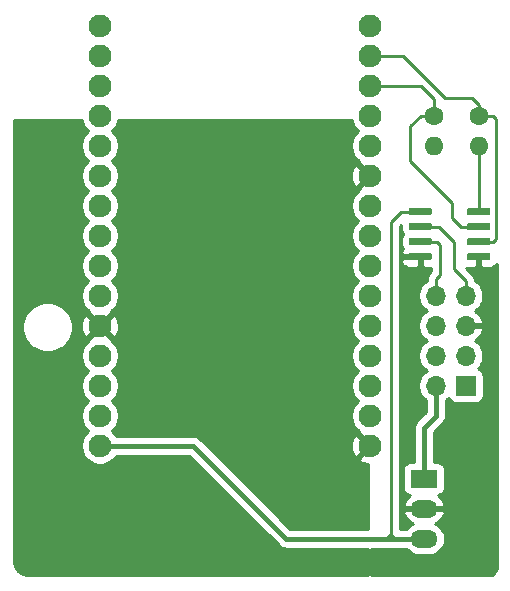
<source format=gbl>
G04 #@! TF.GenerationSoftware,KiCad,Pcbnew,(5.1.5-0-10_14)*
G04 #@! TF.CreationDate,2020-03-02T13:53:31+01:00*
G04 #@! TF.ProjectId,ithowifi,6974686f-7769-4666-992e-6b696361645f,rev?*
G04 #@! TF.SameCoordinates,Original*
G04 #@! TF.FileFunction,Copper,L2,Bot*
G04 #@! TF.FilePolarity,Positive*
%FSLAX46Y46*%
G04 Gerber Fmt 4.6, Leading zero omitted, Abs format (unit mm)*
G04 Created by KiCad (PCBNEW (5.1.5-0-10_14)) date 2020-03-02 13:53:31*
%MOMM*%
%LPD*%
G04 APERTURE LIST*
%ADD10R,1.700000X1.700000*%
%ADD11O,1.700000X1.700000*%
%ADD12C,1.930400*%
%ADD13C,0.100000*%
%ADD14O,2.300000X1.500000*%
%ADD15R,2.300000X1.500000*%
%ADD16O,1.600000X1.600000*%
%ADD17C,1.600000*%
%ADD18C,0.250000*%
%ADD19C,0.406400*%
%ADD20C,0.254000*%
G04 APERTURE END LIST*
D10*
X122047000Y-137795000D03*
D11*
X119507000Y-137795000D03*
X122047000Y-135255000D03*
X119507000Y-135255000D03*
X122047000Y-132715000D03*
X119507000Y-132715000D03*
X122047000Y-130175000D03*
X119507000Y-130175000D03*
D12*
X91059000Y-107315000D03*
X91059000Y-109855000D03*
X91059000Y-112395000D03*
X91059000Y-114935000D03*
X91059000Y-117475000D03*
X91059000Y-120015000D03*
X91059000Y-122555000D03*
X91059000Y-125095000D03*
X91059000Y-127635000D03*
X91059000Y-130175000D03*
X91059000Y-132715000D03*
X91059000Y-135255000D03*
X91059000Y-137795000D03*
X91059000Y-140335000D03*
X91059000Y-142875000D03*
X113919000Y-107315000D03*
X113919000Y-109855000D03*
X113919000Y-112395000D03*
X113919000Y-114935000D03*
X113919000Y-117475000D03*
X113919000Y-120015000D03*
X113919000Y-122555000D03*
X113919000Y-125095000D03*
X113919000Y-127635000D03*
X113919000Y-130175000D03*
X113919000Y-132715000D03*
X113919000Y-135255000D03*
X113919000Y-137795000D03*
X113919000Y-140335000D03*
X113919000Y-142875000D03*
G04 #@! TA.AperFunction,SMDPad,CuDef*
D13*
G36*
X119014703Y-122763722D02*
G01*
X119029264Y-122765882D01*
X119043543Y-122769459D01*
X119057403Y-122774418D01*
X119070710Y-122780712D01*
X119083336Y-122788280D01*
X119095159Y-122797048D01*
X119106066Y-122806934D01*
X119115952Y-122817841D01*
X119124720Y-122829664D01*
X119132288Y-122842290D01*
X119138582Y-122855597D01*
X119143541Y-122869457D01*
X119147118Y-122883736D01*
X119149278Y-122898297D01*
X119150000Y-122913000D01*
X119150000Y-123213000D01*
X119149278Y-123227703D01*
X119147118Y-123242264D01*
X119143541Y-123256543D01*
X119138582Y-123270403D01*
X119132288Y-123283710D01*
X119124720Y-123296336D01*
X119115952Y-123308159D01*
X119106066Y-123319066D01*
X119095159Y-123328952D01*
X119083336Y-123337720D01*
X119070710Y-123345288D01*
X119057403Y-123351582D01*
X119043543Y-123356541D01*
X119029264Y-123360118D01*
X119014703Y-123362278D01*
X119000000Y-123363000D01*
X117350000Y-123363000D01*
X117335297Y-123362278D01*
X117320736Y-123360118D01*
X117306457Y-123356541D01*
X117292597Y-123351582D01*
X117279290Y-123345288D01*
X117266664Y-123337720D01*
X117254841Y-123328952D01*
X117243934Y-123319066D01*
X117234048Y-123308159D01*
X117225280Y-123296336D01*
X117217712Y-123283710D01*
X117211418Y-123270403D01*
X117206459Y-123256543D01*
X117202882Y-123242264D01*
X117200722Y-123227703D01*
X117200000Y-123213000D01*
X117200000Y-122913000D01*
X117200722Y-122898297D01*
X117202882Y-122883736D01*
X117206459Y-122869457D01*
X117211418Y-122855597D01*
X117217712Y-122842290D01*
X117225280Y-122829664D01*
X117234048Y-122817841D01*
X117243934Y-122806934D01*
X117254841Y-122797048D01*
X117266664Y-122788280D01*
X117279290Y-122780712D01*
X117292597Y-122774418D01*
X117306457Y-122769459D01*
X117320736Y-122765882D01*
X117335297Y-122763722D01*
X117350000Y-122763000D01*
X119000000Y-122763000D01*
X119014703Y-122763722D01*
G37*
G04 #@! TD.AperFunction*
G04 #@! TA.AperFunction,SMDPad,CuDef*
G36*
X119014703Y-124033722D02*
G01*
X119029264Y-124035882D01*
X119043543Y-124039459D01*
X119057403Y-124044418D01*
X119070710Y-124050712D01*
X119083336Y-124058280D01*
X119095159Y-124067048D01*
X119106066Y-124076934D01*
X119115952Y-124087841D01*
X119124720Y-124099664D01*
X119132288Y-124112290D01*
X119138582Y-124125597D01*
X119143541Y-124139457D01*
X119147118Y-124153736D01*
X119149278Y-124168297D01*
X119150000Y-124183000D01*
X119150000Y-124483000D01*
X119149278Y-124497703D01*
X119147118Y-124512264D01*
X119143541Y-124526543D01*
X119138582Y-124540403D01*
X119132288Y-124553710D01*
X119124720Y-124566336D01*
X119115952Y-124578159D01*
X119106066Y-124589066D01*
X119095159Y-124598952D01*
X119083336Y-124607720D01*
X119070710Y-124615288D01*
X119057403Y-124621582D01*
X119043543Y-124626541D01*
X119029264Y-124630118D01*
X119014703Y-124632278D01*
X119000000Y-124633000D01*
X117350000Y-124633000D01*
X117335297Y-124632278D01*
X117320736Y-124630118D01*
X117306457Y-124626541D01*
X117292597Y-124621582D01*
X117279290Y-124615288D01*
X117266664Y-124607720D01*
X117254841Y-124598952D01*
X117243934Y-124589066D01*
X117234048Y-124578159D01*
X117225280Y-124566336D01*
X117217712Y-124553710D01*
X117211418Y-124540403D01*
X117206459Y-124526543D01*
X117202882Y-124512264D01*
X117200722Y-124497703D01*
X117200000Y-124483000D01*
X117200000Y-124183000D01*
X117200722Y-124168297D01*
X117202882Y-124153736D01*
X117206459Y-124139457D01*
X117211418Y-124125597D01*
X117217712Y-124112290D01*
X117225280Y-124099664D01*
X117234048Y-124087841D01*
X117243934Y-124076934D01*
X117254841Y-124067048D01*
X117266664Y-124058280D01*
X117279290Y-124050712D01*
X117292597Y-124044418D01*
X117306457Y-124039459D01*
X117320736Y-124035882D01*
X117335297Y-124033722D01*
X117350000Y-124033000D01*
X119000000Y-124033000D01*
X119014703Y-124033722D01*
G37*
G04 #@! TD.AperFunction*
G04 #@! TA.AperFunction,SMDPad,CuDef*
G36*
X119014703Y-125303722D02*
G01*
X119029264Y-125305882D01*
X119043543Y-125309459D01*
X119057403Y-125314418D01*
X119070710Y-125320712D01*
X119083336Y-125328280D01*
X119095159Y-125337048D01*
X119106066Y-125346934D01*
X119115952Y-125357841D01*
X119124720Y-125369664D01*
X119132288Y-125382290D01*
X119138582Y-125395597D01*
X119143541Y-125409457D01*
X119147118Y-125423736D01*
X119149278Y-125438297D01*
X119150000Y-125453000D01*
X119150000Y-125753000D01*
X119149278Y-125767703D01*
X119147118Y-125782264D01*
X119143541Y-125796543D01*
X119138582Y-125810403D01*
X119132288Y-125823710D01*
X119124720Y-125836336D01*
X119115952Y-125848159D01*
X119106066Y-125859066D01*
X119095159Y-125868952D01*
X119083336Y-125877720D01*
X119070710Y-125885288D01*
X119057403Y-125891582D01*
X119043543Y-125896541D01*
X119029264Y-125900118D01*
X119014703Y-125902278D01*
X119000000Y-125903000D01*
X117350000Y-125903000D01*
X117335297Y-125902278D01*
X117320736Y-125900118D01*
X117306457Y-125896541D01*
X117292597Y-125891582D01*
X117279290Y-125885288D01*
X117266664Y-125877720D01*
X117254841Y-125868952D01*
X117243934Y-125859066D01*
X117234048Y-125848159D01*
X117225280Y-125836336D01*
X117217712Y-125823710D01*
X117211418Y-125810403D01*
X117206459Y-125796543D01*
X117202882Y-125782264D01*
X117200722Y-125767703D01*
X117200000Y-125753000D01*
X117200000Y-125453000D01*
X117200722Y-125438297D01*
X117202882Y-125423736D01*
X117206459Y-125409457D01*
X117211418Y-125395597D01*
X117217712Y-125382290D01*
X117225280Y-125369664D01*
X117234048Y-125357841D01*
X117243934Y-125346934D01*
X117254841Y-125337048D01*
X117266664Y-125328280D01*
X117279290Y-125320712D01*
X117292597Y-125314418D01*
X117306457Y-125309459D01*
X117320736Y-125305882D01*
X117335297Y-125303722D01*
X117350000Y-125303000D01*
X119000000Y-125303000D01*
X119014703Y-125303722D01*
G37*
G04 #@! TD.AperFunction*
G04 #@! TA.AperFunction,SMDPad,CuDef*
G36*
X119014703Y-126573722D02*
G01*
X119029264Y-126575882D01*
X119043543Y-126579459D01*
X119057403Y-126584418D01*
X119070710Y-126590712D01*
X119083336Y-126598280D01*
X119095159Y-126607048D01*
X119106066Y-126616934D01*
X119115952Y-126627841D01*
X119124720Y-126639664D01*
X119132288Y-126652290D01*
X119138582Y-126665597D01*
X119143541Y-126679457D01*
X119147118Y-126693736D01*
X119149278Y-126708297D01*
X119150000Y-126723000D01*
X119150000Y-127023000D01*
X119149278Y-127037703D01*
X119147118Y-127052264D01*
X119143541Y-127066543D01*
X119138582Y-127080403D01*
X119132288Y-127093710D01*
X119124720Y-127106336D01*
X119115952Y-127118159D01*
X119106066Y-127129066D01*
X119095159Y-127138952D01*
X119083336Y-127147720D01*
X119070710Y-127155288D01*
X119057403Y-127161582D01*
X119043543Y-127166541D01*
X119029264Y-127170118D01*
X119014703Y-127172278D01*
X119000000Y-127173000D01*
X117350000Y-127173000D01*
X117335297Y-127172278D01*
X117320736Y-127170118D01*
X117306457Y-127166541D01*
X117292597Y-127161582D01*
X117279290Y-127155288D01*
X117266664Y-127147720D01*
X117254841Y-127138952D01*
X117243934Y-127129066D01*
X117234048Y-127118159D01*
X117225280Y-127106336D01*
X117217712Y-127093710D01*
X117211418Y-127080403D01*
X117206459Y-127066543D01*
X117202882Y-127052264D01*
X117200722Y-127037703D01*
X117200000Y-127023000D01*
X117200000Y-126723000D01*
X117200722Y-126708297D01*
X117202882Y-126693736D01*
X117206459Y-126679457D01*
X117211418Y-126665597D01*
X117217712Y-126652290D01*
X117225280Y-126639664D01*
X117234048Y-126627841D01*
X117243934Y-126616934D01*
X117254841Y-126607048D01*
X117266664Y-126598280D01*
X117279290Y-126590712D01*
X117292597Y-126584418D01*
X117306457Y-126579459D01*
X117320736Y-126575882D01*
X117335297Y-126573722D01*
X117350000Y-126573000D01*
X119000000Y-126573000D01*
X119014703Y-126573722D01*
G37*
G04 #@! TD.AperFunction*
G04 #@! TA.AperFunction,SMDPad,CuDef*
G36*
X123964703Y-126573722D02*
G01*
X123979264Y-126575882D01*
X123993543Y-126579459D01*
X124007403Y-126584418D01*
X124020710Y-126590712D01*
X124033336Y-126598280D01*
X124045159Y-126607048D01*
X124056066Y-126616934D01*
X124065952Y-126627841D01*
X124074720Y-126639664D01*
X124082288Y-126652290D01*
X124088582Y-126665597D01*
X124093541Y-126679457D01*
X124097118Y-126693736D01*
X124099278Y-126708297D01*
X124100000Y-126723000D01*
X124100000Y-127023000D01*
X124099278Y-127037703D01*
X124097118Y-127052264D01*
X124093541Y-127066543D01*
X124088582Y-127080403D01*
X124082288Y-127093710D01*
X124074720Y-127106336D01*
X124065952Y-127118159D01*
X124056066Y-127129066D01*
X124045159Y-127138952D01*
X124033336Y-127147720D01*
X124020710Y-127155288D01*
X124007403Y-127161582D01*
X123993543Y-127166541D01*
X123979264Y-127170118D01*
X123964703Y-127172278D01*
X123950000Y-127173000D01*
X122300000Y-127173000D01*
X122285297Y-127172278D01*
X122270736Y-127170118D01*
X122256457Y-127166541D01*
X122242597Y-127161582D01*
X122229290Y-127155288D01*
X122216664Y-127147720D01*
X122204841Y-127138952D01*
X122193934Y-127129066D01*
X122184048Y-127118159D01*
X122175280Y-127106336D01*
X122167712Y-127093710D01*
X122161418Y-127080403D01*
X122156459Y-127066543D01*
X122152882Y-127052264D01*
X122150722Y-127037703D01*
X122150000Y-127023000D01*
X122150000Y-126723000D01*
X122150722Y-126708297D01*
X122152882Y-126693736D01*
X122156459Y-126679457D01*
X122161418Y-126665597D01*
X122167712Y-126652290D01*
X122175280Y-126639664D01*
X122184048Y-126627841D01*
X122193934Y-126616934D01*
X122204841Y-126607048D01*
X122216664Y-126598280D01*
X122229290Y-126590712D01*
X122242597Y-126584418D01*
X122256457Y-126579459D01*
X122270736Y-126575882D01*
X122285297Y-126573722D01*
X122300000Y-126573000D01*
X123950000Y-126573000D01*
X123964703Y-126573722D01*
G37*
G04 #@! TD.AperFunction*
G04 #@! TA.AperFunction,SMDPad,CuDef*
G36*
X123964703Y-125303722D02*
G01*
X123979264Y-125305882D01*
X123993543Y-125309459D01*
X124007403Y-125314418D01*
X124020710Y-125320712D01*
X124033336Y-125328280D01*
X124045159Y-125337048D01*
X124056066Y-125346934D01*
X124065952Y-125357841D01*
X124074720Y-125369664D01*
X124082288Y-125382290D01*
X124088582Y-125395597D01*
X124093541Y-125409457D01*
X124097118Y-125423736D01*
X124099278Y-125438297D01*
X124100000Y-125453000D01*
X124100000Y-125753000D01*
X124099278Y-125767703D01*
X124097118Y-125782264D01*
X124093541Y-125796543D01*
X124088582Y-125810403D01*
X124082288Y-125823710D01*
X124074720Y-125836336D01*
X124065952Y-125848159D01*
X124056066Y-125859066D01*
X124045159Y-125868952D01*
X124033336Y-125877720D01*
X124020710Y-125885288D01*
X124007403Y-125891582D01*
X123993543Y-125896541D01*
X123979264Y-125900118D01*
X123964703Y-125902278D01*
X123950000Y-125903000D01*
X122300000Y-125903000D01*
X122285297Y-125902278D01*
X122270736Y-125900118D01*
X122256457Y-125896541D01*
X122242597Y-125891582D01*
X122229290Y-125885288D01*
X122216664Y-125877720D01*
X122204841Y-125868952D01*
X122193934Y-125859066D01*
X122184048Y-125848159D01*
X122175280Y-125836336D01*
X122167712Y-125823710D01*
X122161418Y-125810403D01*
X122156459Y-125796543D01*
X122152882Y-125782264D01*
X122150722Y-125767703D01*
X122150000Y-125753000D01*
X122150000Y-125453000D01*
X122150722Y-125438297D01*
X122152882Y-125423736D01*
X122156459Y-125409457D01*
X122161418Y-125395597D01*
X122167712Y-125382290D01*
X122175280Y-125369664D01*
X122184048Y-125357841D01*
X122193934Y-125346934D01*
X122204841Y-125337048D01*
X122216664Y-125328280D01*
X122229290Y-125320712D01*
X122242597Y-125314418D01*
X122256457Y-125309459D01*
X122270736Y-125305882D01*
X122285297Y-125303722D01*
X122300000Y-125303000D01*
X123950000Y-125303000D01*
X123964703Y-125303722D01*
G37*
G04 #@! TD.AperFunction*
G04 #@! TA.AperFunction,SMDPad,CuDef*
G36*
X123964703Y-124033722D02*
G01*
X123979264Y-124035882D01*
X123993543Y-124039459D01*
X124007403Y-124044418D01*
X124020710Y-124050712D01*
X124033336Y-124058280D01*
X124045159Y-124067048D01*
X124056066Y-124076934D01*
X124065952Y-124087841D01*
X124074720Y-124099664D01*
X124082288Y-124112290D01*
X124088582Y-124125597D01*
X124093541Y-124139457D01*
X124097118Y-124153736D01*
X124099278Y-124168297D01*
X124100000Y-124183000D01*
X124100000Y-124483000D01*
X124099278Y-124497703D01*
X124097118Y-124512264D01*
X124093541Y-124526543D01*
X124088582Y-124540403D01*
X124082288Y-124553710D01*
X124074720Y-124566336D01*
X124065952Y-124578159D01*
X124056066Y-124589066D01*
X124045159Y-124598952D01*
X124033336Y-124607720D01*
X124020710Y-124615288D01*
X124007403Y-124621582D01*
X123993543Y-124626541D01*
X123979264Y-124630118D01*
X123964703Y-124632278D01*
X123950000Y-124633000D01*
X122300000Y-124633000D01*
X122285297Y-124632278D01*
X122270736Y-124630118D01*
X122256457Y-124626541D01*
X122242597Y-124621582D01*
X122229290Y-124615288D01*
X122216664Y-124607720D01*
X122204841Y-124598952D01*
X122193934Y-124589066D01*
X122184048Y-124578159D01*
X122175280Y-124566336D01*
X122167712Y-124553710D01*
X122161418Y-124540403D01*
X122156459Y-124526543D01*
X122152882Y-124512264D01*
X122150722Y-124497703D01*
X122150000Y-124483000D01*
X122150000Y-124183000D01*
X122150722Y-124168297D01*
X122152882Y-124153736D01*
X122156459Y-124139457D01*
X122161418Y-124125597D01*
X122167712Y-124112290D01*
X122175280Y-124099664D01*
X122184048Y-124087841D01*
X122193934Y-124076934D01*
X122204841Y-124067048D01*
X122216664Y-124058280D01*
X122229290Y-124050712D01*
X122242597Y-124044418D01*
X122256457Y-124039459D01*
X122270736Y-124035882D01*
X122285297Y-124033722D01*
X122300000Y-124033000D01*
X123950000Y-124033000D01*
X123964703Y-124033722D01*
G37*
G04 #@! TD.AperFunction*
G04 #@! TA.AperFunction,SMDPad,CuDef*
G36*
X123964703Y-122763722D02*
G01*
X123979264Y-122765882D01*
X123993543Y-122769459D01*
X124007403Y-122774418D01*
X124020710Y-122780712D01*
X124033336Y-122788280D01*
X124045159Y-122797048D01*
X124056066Y-122806934D01*
X124065952Y-122817841D01*
X124074720Y-122829664D01*
X124082288Y-122842290D01*
X124088582Y-122855597D01*
X124093541Y-122869457D01*
X124097118Y-122883736D01*
X124099278Y-122898297D01*
X124100000Y-122913000D01*
X124100000Y-123213000D01*
X124099278Y-123227703D01*
X124097118Y-123242264D01*
X124093541Y-123256543D01*
X124088582Y-123270403D01*
X124082288Y-123283710D01*
X124074720Y-123296336D01*
X124065952Y-123308159D01*
X124056066Y-123319066D01*
X124045159Y-123328952D01*
X124033336Y-123337720D01*
X124020710Y-123345288D01*
X124007403Y-123351582D01*
X123993543Y-123356541D01*
X123979264Y-123360118D01*
X123964703Y-123362278D01*
X123950000Y-123363000D01*
X122300000Y-123363000D01*
X122285297Y-123362278D01*
X122270736Y-123360118D01*
X122256457Y-123356541D01*
X122242597Y-123351582D01*
X122229290Y-123345288D01*
X122216664Y-123337720D01*
X122204841Y-123328952D01*
X122193934Y-123319066D01*
X122184048Y-123308159D01*
X122175280Y-123296336D01*
X122167712Y-123283710D01*
X122161418Y-123270403D01*
X122156459Y-123256543D01*
X122152882Y-123242264D01*
X122150722Y-123227703D01*
X122150000Y-123213000D01*
X122150000Y-122913000D01*
X122150722Y-122898297D01*
X122152882Y-122883736D01*
X122156459Y-122869457D01*
X122161418Y-122855597D01*
X122167712Y-122842290D01*
X122175280Y-122829664D01*
X122184048Y-122817841D01*
X122193934Y-122806934D01*
X122204841Y-122797048D01*
X122216664Y-122788280D01*
X122229290Y-122780712D01*
X122242597Y-122774418D01*
X122256457Y-122769459D01*
X122270736Y-122765882D01*
X122285297Y-122763722D01*
X122300000Y-122763000D01*
X123950000Y-122763000D01*
X123964703Y-122763722D01*
G37*
G04 #@! TD.AperFunction*
D14*
X118491000Y-150749000D03*
X118491000Y-148209000D03*
D15*
X118491000Y-145669000D03*
D16*
X119380000Y-117475000D03*
D17*
X119380000Y-114935000D03*
D16*
X123190000Y-117475000D03*
D17*
X123190000Y-114935000D03*
D18*
X118491000Y-148209000D02*
X118091000Y-148209000D01*
D19*
X98933000Y-142875000D02*
X91059000Y-142875000D01*
X106807000Y-150749000D02*
X98933000Y-142875000D01*
X116586000Y-150749000D02*
X116205000Y-150749000D01*
X118491000Y-150749000D02*
X116586000Y-150749000D01*
D20*
X115697000Y-123952000D02*
X115697000Y-149733000D01*
X116586000Y-123063000D02*
X115697000Y-123952000D01*
X118175000Y-123063000D02*
X116586000Y-123063000D01*
D19*
X116205000Y-150749000D02*
X115824000Y-150749000D01*
D18*
X115697000Y-150622000D02*
X115824000Y-150749000D01*
X115697000Y-150368000D02*
X115316000Y-150749000D01*
X115697000Y-150114000D02*
X115697000Y-150368000D01*
D19*
X115316000Y-150749000D02*
X106807000Y-150749000D01*
X115824000Y-150749000D02*
X115316000Y-150749000D01*
D18*
X115697000Y-149733000D02*
X115697000Y-150114000D01*
X115697000Y-150114000D02*
X115697000Y-150622000D01*
X116078000Y-150749000D02*
X115697000Y-150368000D01*
X116205000Y-150749000D02*
X116078000Y-150749000D01*
D20*
X123190000Y-122998000D02*
X123125000Y-123063000D01*
X123190000Y-120015000D02*
X123190000Y-122998000D01*
D18*
X123190000Y-120015000D02*
X123190000Y-117475000D01*
D19*
X119507000Y-137922000D02*
X119507000Y-140335000D01*
X118491000Y-141351000D02*
X118491000Y-145669000D01*
X119507000Y-140335000D02*
X118491000Y-141351000D01*
D20*
X124587000Y-125349000D02*
X124587000Y-117729000D01*
X124333000Y-125603000D02*
X124587000Y-125349000D01*
X123125000Y-125603000D02*
X124333000Y-125603000D01*
D18*
X124587000Y-117729000D02*
X124587000Y-115189000D01*
X124333000Y-114935000D02*
X123190000Y-114935000D01*
X124587000Y-115189000D02*
X124333000Y-114935000D01*
X120269000Y-113411000D02*
X116713000Y-109855000D01*
X116713000Y-109855000D02*
X113919000Y-109855000D01*
X122555000Y-113411000D02*
X120269000Y-113411000D01*
X123190000Y-114046000D02*
X122555000Y-113411000D01*
X123190000Y-114935000D02*
X123190000Y-114046000D01*
X119380000Y-113538000D02*
X119380000Y-114935000D01*
X118237000Y-112395000D02*
X119380000Y-113538000D01*
X113919000Y-112395000D02*
X118237000Y-112395000D01*
X118248630Y-114935000D02*
X117348000Y-115835630D01*
X117348000Y-118745000D02*
X120904000Y-122301000D01*
X117348000Y-115835630D02*
X117348000Y-118745000D01*
X119380000Y-114935000D02*
X118248630Y-114935000D01*
X121666000Y-124333000D02*
X123125000Y-124333000D01*
X120904000Y-122301000D02*
X120904000Y-123571000D01*
X120904000Y-123571000D02*
X121666000Y-124333000D01*
D20*
X118175000Y-124333000D02*
X119761000Y-124333000D01*
X122047000Y-128905000D02*
X122047000Y-130302000D01*
X119761000Y-124333000D02*
X121031000Y-125603000D01*
X121031000Y-127889000D02*
X122047000Y-128905000D01*
X121031000Y-125603000D02*
X121031000Y-127889000D01*
X119507000Y-128778000D02*
X119507000Y-130302000D01*
X119888000Y-128397000D02*
X119507000Y-128778000D01*
X119888000Y-125857000D02*
X119888000Y-128397000D01*
X119634000Y-125603000D02*
X119888000Y-125857000D01*
X118175000Y-125603000D02*
X119634000Y-125603000D01*
G36*
X89520294Y-115401761D02*
G01*
X89640921Y-115692979D01*
X89816043Y-115955068D01*
X90038932Y-116177957D01*
X90079405Y-116205000D01*
X90038932Y-116232043D01*
X89816043Y-116454932D01*
X89640921Y-116717021D01*
X89520294Y-117008239D01*
X89458800Y-117317394D01*
X89458800Y-117632606D01*
X89520294Y-117941761D01*
X89640921Y-118232979D01*
X89816043Y-118495068D01*
X90038932Y-118717957D01*
X90079405Y-118745000D01*
X90038932Y-118772043D01*
X89816043Y-118994932D01*
X89640921Y-119257021D01*
X89520294Y-119548239D01*
X89458800Y-119857394D01*
X89458800Y-120172606D01*
X89520294Y-120481761D01*
X89640921Y-120772979D01*
X89816043Y-121035068D01*
X90038932Y-121257957D01*
X90079405Y-121285000D01*
X90038932Y-121312043D01*
X89816043Y-121534932D01*
X89640921Y-121797021D01*
X89520294Y-122088239D01*
X89458800Y-122397394D01*
X89458800Y-122712606D01*
X89520294Y-123021761D01*
X89640921Y-123312979D01*
X89816043Y-123575068D01*
X90038932Y-123797957D01*
X90079405Y-123825000D01*
X90038932Y-123852043D01*
X89816043Y-124074932D01*
X89640921Y-124337021D01*
X89520294Y-124628239D01*
X89458800Y-124937394D01*
X89458800Y-125252606D01*
X89520294Y-125561761D01*
X89640921Y-125852979D01*
X89816043Y-126115068D01*
X90038932Y-126337957D01*
X90079405Y-126365000D01*
X90038932Y-126392043D01*
X89816043Y-126614932D01*
X89640921Y-126877021D01*
X89520294Y-127168239D01*
X89458800Y-127477394D01*
X89458800Y-127792606D01*
X89520294Y-128101761D01*
X89640921Y-128392979D01*
X89816043Y-128655068D01*
X90038932Y-128877957D01*
X90079405Y-128905000D01*
X90038932Y-128932043D01*
X89816043Y-129154932D01*
X89640921Y-129417021D01*
X89520294Y-129708239D01*
X89458800Y-130017394D01*
X89458800Y-130332606D01*
X89520294Y-130641761D01*
X89640921Y-130932979D01*
X89816043Y-131195068D01*
X90038932Y-131417957D01*
X90164101Y-131501592D01*
X90128011Y-131604406D01*
X91059000Y-132535395D01*
X91989989Y-131604406D01*
X91953899Y-131501592D01*
X92079068Y-131417957D01*
X92301957Y-131195068D01*
X92477079Y-130932979D01*
X92597706Y-130641761D01*
X92659200Y-130332606D01*
X92659200Y-130017394D01*
X92597706Y-129708239D01*
X92477079Y-129417021D01*
X92301957Y-129154932D01*
X92079068Y-128932043D01*
X92038595Y-128905000D01*
X92079068Y-128877957D01*
X92301957Y-128655068D01*
X92477079Y-128392979D01*
X92597706Y-128101761D01*
X92659200Y-127792606D01*
X92659200Y-127477394D01*
X92597706Y-127168239D01*
X92477079Y-126877021D01*
X92301957Y-126614932D01*
X92079068Y-126392043D01*
X92038595Y-126365000D01*
X92079068Y-126337957D01*
X92301957Y-126115068D01*
X92477079Y-125852979D01*
X92597706Y-125561761D01*
X92659200Y-125252606D01*
X92659200Y-124937394D01*
X92597706Y-124628239D01*
X92477079Y-124337021D01*
X92301957Y-124074932D01*
X92079068Y-123852043D01*
X92038595Y-123825000D01*
X92079068Y-123797957D01*
X92301957Y-123575068D01*
X92477079Y-123312979D01*
X92597706Y-123021761D01*
X92659200Y-122712606D01*
X92659200Y-122397394D01*
X92597706Y-122088239D01*
X92477079Y-121797021D01*
X92301957Y-121534932D01*
X92079068Y-121312043D01*
X92038595Y-121285000D01*
X92079068Y-121257957D01*
X92301957Y-121035068D01*
X92477079Y-120772979D01*
X92597706Y-120481761D01*
X92659200Y-120172606D01*
X92659200Y-120078971D01*
X112312330Y-120078971D01*
X112355682Y-120391188D01*
X112459112Y-120688948D01*
X112547562Y-120854428D01*
X112808406Y-120945989D01*
X113739395Y-120015000D01*
X112808406Y-119084011D01*
X112547562Y-119175572D01*
X112410149Y-119459256D01*
X112330721Y-119764296D01*
X112312330Y-120078971D01*
X92659200Y-120078971D01*
X92659200Y-119857394D01*
X92597706Y-119548239D01*
X92477079Y-119257021D01*
X92301957Y-118994932D01*
X92079068Y-118772043D01*
X92038595Y-118745000D01*
X92079068Y-118717957D01*
X92301957Y-118495068D01*
X92477079Y-118232979D01*
X92597706Y-117941761D01*
X92659200Y-117632606D01*
X92659200Y-117317394D01*
X92597706Y-117008239D01*
X92477079Y-116717021D01*
X92301957Y-116454932D01*
X92079068Y-116232043D01*
X92038595Y-116205000D01*
X92079068Y-116177957D01*
X92301957Y-115955068D01*
X92477079Y-115692979D01*
X92597706Y-115401761D01*
X92614765Y-115316000D01*
X112363235Y-115316000D01*
X112380294Y-115401761D01*
X112500921Y-115692979D01*
X112676043Y-115955068D01*
X112898932Y-116177957D01*
X112939405Y-116205000D01*
X112898932Y-116232043D01*
X112676043Y-116454932D01*
X112500921Y-116717021D01*
X112380294Y-117008239D01*
X112318800Y-117317394D01*
X112318800Y-117632606D01*
X112380294Y-117941761D01*
X112500921Y-118232979D01*
X112676043Y-118495068D01*
X112898932Y-118717957D01*
X113024101Y-118801592D01*
X112988011Y-118904406D01*
X113792000Y-119708395D01*
X113792000Y-120321605D01*
X112988011Y-121125594D01*
X113024101Y-121228408D01*
X112898932Y-121312043D01*
X112676043Y-121534932D01*
X112500921Y-121797021D01*
X112380294Y-122088239D01*
X112318800Y-122397394D01*
X112318800Y-122712606D01*
X112380294Y-123021761D01*
X112500921Y-123312979D01*
X112676043Y-123575068D01*
X112898932Y-123797957D01*
X112939405Y-123825000D01*
X112898932Y-123852043D01*
X112676043Y-124074932D01*
X112500921Y-124337021D01*
X112380294Y-124628239D01*
X112318800Y-124937394D01*
X112318800Y-125252606D01*
X112380294Y-125561761D01*
X112500921Y-125852979D01*
X112676043Y-126115068D01*
X112898932Y-126337957D01*
X112939405Y-126365000D01*
X112898932Y-126392043D01*
X112676043Y-126614932D01*
X112500921Y-126877021D01*
X112380294Y-127168239D01*
X112318800Y-127477394D01*
X112318800Y-127792606D01*
X112380294Y-128101761D01*
X112500921Y-128392979D01*
X112676043Y-128655068D01*
X112898932Y-128877957D01*
X112939405Y-128905000D01*
X112898932Y-128932043D01*
X112676043Y-129154932D01*
X112500921Y-129417021D01*
X112380294Y-129708239D01*
X112318800Y-130017394D01*
X112318800Y-130332606D01*
X112380294Y-130641761D01*
X112500921Y-130932979D01*
X112676043Y-131195068D01*
X112898932Y-131417957D01*
X112939405Y-131445000D01*
X112898932Y-131472043D01*
X112676043Y-131694932D01*
X112500921Y-131957021D01*
X112380294Y-132248239D01*
X112318800Y-132557394D01*
X112318800Y-132872606D01*
X112380294Y-133181761D01*
X112500921Y-133472979D01*
X112676043Y-133735068D01*
X112898932Y-133957957D01*
X112939405Y-133985000D01*
X112898932Y-134012043D01*
X112676043Y-134234932D01*
X112500921Y-134497021D01*
X112380294Y-134788239D01*
X112318800Y-135097394D01*
X112318800Y-135412606D01*
X112380294Y-135721761D01*
X112500921Y-136012979D01*
X112676043Y-136275068D01*
X112898932Y-136497957D01*
X112939405Y-136525000D01*
X112898932Y-136552043D01*
X112676043Y-136774932D01*
X112500921Y-137037021D01*
X112380294Y-137328239D01*
X112318800Y-137637394D01*
X112318800Y-137952606D01*
X112380294Y-138261761D01*
X112500921Y-138552979D01*
X112676043Y-138815068D01*
X112898932Y-139037957D01*
X112939405Y-139065000D01*
X112898932Y-139092043D01*
X112676043Y-139314932D01*
X112500921Y-139577021D01*
X112380294Y-139868239D01*
X112318800Y-140177394D01*
X112318800Y-140492606D01*
X112380294Y-140801761D01*
X112500921Y-141092979D01*
X112676043Y-141355068D01*
X112898932Y-141577957D01*
X113024101Y-141661592D01*
X112988011Y-141764406D01*
X113792000Y-142568395D01*
X113792000Y-143181605D01*
X112988011Y-143985594D01*
X113079572Y-144246438D01*
X113363256Y-144383851D01*
X113668296Y-144463279D01*
X113792000Y-144470509D01*
X113792000Y-149910800D01*
X107154194Y-149910800D01*
X100182365Y-142938971D01*
X112312330Y-142938971D01*
X112355682Y-143251188D01*
X112459112Y-143548948D01*
X112547562Y-143714428D01*
X112808406Y-143805989D01*
X113739395Y-142875000D01*
X112808406Y-141944011D01*
X112547562Y-142035572D01*
X112410149Y-142319256D01*
X112330721Y-142624296D01*
X112312330Y-142938971D01*
X100182365Y-142938971D01*
X99554811Y-142311418D01*
X99528564Y-142279436D01*
X99400932Y-142174691D01*
X99255317Y-142096858D01*
X99097316Y-142048929D01*
X98974170Y-142036800D01*
X98974163Y-142036800D01*
X98933000Y-142032746D01*
X98891837Y-142036800D01*
X92423477Y-142036800D01*
X92301957Y-141854932D01*
X92079068Y-141632043D01*
X92038595Y-141605000D01*
X92079068Y-141577957D01*
X92301957Y-141355068D01*
X92477079Y-141092979D01*
X92597706Y-140801761D01*
X92659200Y-140492606D01*
X92659200Y-140177394D01*
X92597706Y-139868239D01*
X92477079Y-139577021D01*
X92301957Y-139314932D01*
X92079068Y-139092043D01*
X92038595Y-139065000D01*
X92079068Y-139037957D01*
X92301957Y-138815068D01*
X92477079Y-138552979D01*
X92597706Y-138261761D01*
X92659200Y-137952606D01*
X92659200Y-137637394D01*
X92597706Y-137328239D01*
X92477079Y-137037021D01*
X92301957Y-136774932D01*
X92079068Y-136552043D01*
X92038595Y-136525000D01*
X92079068Y-136497957D01*
X92301957Y-136275068D01*
X92477079Y-136012979D01*
X92597706Y-135721761D01*
X92659200Y-135412606D01*
X92659200Y-135097394D01*
X92597706Y-134788239D01*
X92477079Y-134497021D01*
X92301957Y-134234932D01*
X92079068Y-134012043D01*
X91953899Y-133928408D01*
X91989989Y-133825594D01*
X91059000Y-132894605D01*
X90128011Y-133825594D01*
X90164101Y-133928408D01*
X90038932Y-134012043D01*
X89816043Y-134234932D01*
X89640921Y-134497021D01*
X89520294Y-134788239D01*
X89458800Y-135097394D01*
X89458800Y-135412606D01*
X89520294Y-135721761D01*
X89640921Y-136012979D01*
X89816043Y-136275068D01*
X90038932Y-136497957D01*
X90079405Y-136525000D01*
X90038932Y-136552043D01*
X89816043Y-136774932D01*
X89640921Y-137037021D01*
X89520294Y-137328239D01*
X89458800Y-137637394D01*
X89458800Y-137952606D01*
X89520294Y-138261761D01*
X89640921Y-138552979D01*
X89816043Y-138815068D01*
X90038932Y-139037957D01*
X90079405Y-139065000D01*
X90038932Y-139092043D01*
X89816043Y-139314932D01*
X89640921Y-139577021D01*
X89520294Y-139868239D01*
X89458800Y-140177394D01*
X89458800Y-140492606D01*
X89520294Y-140801761D01*
X89640921Y-141092979D01*
X89816043Y-141355068D01*
X90038932Y-141577957D01*
X90079405Y-141605000D01*
X90038932Y-141632043D01*
X89816043Y-141854932D01*
X89640921Y-142117021D01*
X89520294Y-142408239D01*
X89458800Y-142717394D01*
X89458800Y-143032606D01*
X89520294Y-143341761D01*
X89640921Y-143632979D01*
X89816043Y-143895068D01*
X90038932Y-144117957D01*
X90301021Y-144293079D01*
X90592239Y-144413706D01*
X90901394Y-144475200D01*
X91216606Y-144475200D01*
X91525761Y-144413706D01*
X91816979Y-144293079D01*
X92079068Y-144117957D01*
X92301957Y-143895068D01*
X92423477Y-143713200D01*
X98585807Y-143713200D01*
X106185194Y-151312588D01*
X106211436Y-151344564D01*
X106339068Y-151449309D01*
X106484683Y-151527142D01*
X106642684Y-151575071D01*
X106765830Y-151587200D01*
X106765837Y-151587200D01*
X106807000Y-151591254D01*
X106848163Y-151587200D01*
X113792000Y-151587200D01*
X113792000Y-153864000D01*
X85123991Y-153864000D01*
X84830954Y-153835268D01*
X84581782Y-153760038D01*
X84351959Y-153637840D01*
X84150254Y-153473333D01*
X83984339Y-153272776D01*
X83860542Y-153043819D01*
X83783573Y-152795170D01*
X83753000Y-152504286D01*
X83753000Y-132631721D01*
X84479000Y-132631721D01*
X84479000Y-133052279D01*
X84561047Y-133464756D01*
X84721988Y-133853302D01*
X84955637Y-134202983D01*
X85253017Y-134500363D01*
X85602698Y-134734012D01*
X85991244Y-134894953D01*
X86403721Y-134977000D01*
X86824279Y-134977000D01*
X87236756Y-134894953D01*
X87625302Y-134734012D01*
X87974983Y-134500363D01*
X88272363Y-134202983D01*
X88506012Y-133853302D01*
X88666953Y-133464756D01*
X88749000Y-133052279D01*
X88749000Y-132778971D01*
X89452330Y-132778971D01*
X89495682Y-133091188D01*
X89599112Y-133388948D01*
X89687562Y-133554428D01*
X89948406Y-133645989D01*
X90879395Y-132715000D01*
X91238605Y-132715000D01*
X92169594Y-133645989D01*
X92430438Y-133554428D01*
X92567851Y-133270744D01*
X92647279Y-132965704D01*
X92665670Y-132651029D01*
X92622318Y-132338812D01*
X92518888Y-132041052D01*
X92430438Y-131875572D01*
X92169594Y-131784011D01*
X91238605Y-132715000D01*
X90879395Y-132715000D01*
X89948406Y-131784011D01*
X89687562Y-131875572D01*
X89550149Y-132159256D01*
X89470721Y-132464296D01*
X89452330Y-132778971D01*
X88749000Y-132778971D01*
X88749000Y-132631721D01*
X88666953Y-132219244D01*
X88506012Y-131830698D01*
X88272363Y-131481017D01*
X87974983Y-131183637D01*
X87625302Y-130949988D01*
X87236756Y-130789047D01*
X86824279Y-130707000D01*
X86403721Y-130707000D01*
X85991244Y-130789047D01*
X85602698Y-130949988D01*
X85253017Y-131183637D01*
X84955637Y-131481017D01*
X84721988Y-131830698D01*
X84561047Y-132219244D01*
X84479000Y-132631721D01*
X83753000Y-132631721D01*
X83753000Y-115316000D01*
X89503235Y-115316000D01*
X89520294Y-115401761D01*
G37*
X89520294Y-115401761D02*
X89640921Y-115692979D01*
X89816043Y-115955068D01*
X90038932Y-116177957D01*
X90079405Y-116205000D01*
X90038932Y-116232043D01*
X89816043Y-116454932D01*
X89640921Y-116717021D01*
X89520294Y-117008239D01*
X89458800Y-117317394D01*
X89458800Y-117632606D01*
X89520294Y-117941761D01*
X89640921Y-118232979D01*
X89816043Y-118495068D01*
X90038932Y-118717957D01*
X90079405Y-118745000D01*
X90038932Y-118772043D01*
X89816043Y-118994932D01*
X89640921Y-119257021D01*
X89520294Y-119548239D01*
X89458800Y-119857394D01*
X89458800Y-120172606D01*
X89520294Y-120481761D01*
X89640921Y-120772979D01*
X89816043Y-121035068D01*
X90038932Y-121257957D01*
X90079405Y-121285000D01*
X90038932Y-121312043D01*
X89816043Y-121534932D01*
X89640921Y-121797021D01*
X89520294Y-122088239D01*
X89458800Y-122397394D01*
X89458800Y-122712606D01*
X89520294Y-123021761D01*
X89640921Y-123312979D01*
X89816043Y-123575068D01*
X90038932Y-123797957D01*
X90079405Y-123825000D01*
X90038932Y-123852043D01*
X89816043Y-124074932D01*
X89640921Y-124337021D01*
X89520294Y-124628239D01*
X89458800Y-124937394D01*
X89458800Y-125252606D01*
X89520294Y-125561761D01*
X89640921Y-125852979D01*
X89816043Y-126115068D01*
X90038932Y-126337957D01*
X90079405Y-126365000D01*
X90038932Y-126392043D01*
X89816043Y-126614932D01*
X89640921Y-126877021D01*
X89520294Y-127168239D01*
X89458800Y-127477394D01*
X89458800Y-127792606D01*
X89520294Y-128101761D01*
X89640921Y-128392979D01*
X89816043Y-128655068D01*
X90038932Y-128877957D01*
X90079405Y-128905000D01*
X90038932Y-128932043D01*
X89816043Y-129154932D01*
X89640921Y-129417021D01*
X89520294Y-129708239D01*
X89458800Y-130017394D01*
X89458800Y-130332606D01*
X89520294Y-130641761D01*
X89640921Y-130932979D01*
X89816043Y-131195068D01*
X90038932Y-131417957D01*
X90164101Y-131501592D01*
X90128011Y-131604406D01*
X91059000Y-132535395D01*
X91989989Y-131604406D01*
X91953899Y-131501592D01*
X92079068Y-131417957D01*
X92301957Y-131195068D01*
X92477079Y-130932979D01*
X92597706Y-130641761D01*
X92659200Y-130332606D01*
X92659200Y-130017394D01*
X92597706Y-129708239D01*
X92477079Y-129417021D01*
X92301957Y-129154932D01*
X92079068Y-128932043D01*
X92038595Y-128905000D01*
X92079068Y-128877957D01*
X92301957Y-128655068D01*
X92477079Y-128392979D01*
X92597706Y-128101761D01*
X92659200Y-127792606D01*
X92659200Y-127477394D01*
X92597706Y-127168239D01*
X92477079Y-126877021D01*
X92301957Y-126614932D01*
X92079068Y-126392043D01*
X92038595Y-126365000D01*
X92079068Y-126337957D01*
X92301957Y-126115068D01*
X92477079Y-125852979D01*
X92597706Y-125561761D01*
X92659200Y-125252606D01*
X92659200Y-124937394D01*
X92597706Y-124628239D01*
X92477079Y-124337021D01*
X92301957Y-124074932D01*
X92079068Y-123852043D01*
X92038595Y-123825000D01*
X92079068Y-123797957D01*
X92301957Y-123575068D01*
X92477079Y-123312979D01*
X92597706Y-123021761D01*
X92659200Y-122712606D01*
X92659200Y-122397394D01*
X92597706Y-122088239D01*
X92477079Y-121797021D01*
X92301957Y-121534932D01*
X92079068Y-121312043D01*
X92038595Y-121285000D01*
X92079068Y-121257957D01*
X92301957Y-121035068D01*
X92477079Y-120772979D01*
X92597706Y-120481761D01*
X92659200Y-120172606D01*
X92659200Y-120078971D01*
X112312330Y-120078971D01*
X112355682Y-120391188D01*
X112459112Y-120688948D01*
X112547562Y-120854428D01*
X112808406Y-120945989D01*
X113739395Y-120015000D01*
X112808406Y-119084011D01*
X112547562Y-119175572D01*
X112410149Y-119459256D01*
X112330721Y-119764296D01*
X112312330Y-120078971D01*
X92659200Y-120078971D01*
X92659200Y-119857394D01*
X92597706Y-119548239D01*
X92477079Y-119257021D01*
X92301957Y-118994932D01*
X92079068Y-118772043D01*
X92038595Y-118745000D01*
X92079068Y-118717957D01*
X92301957Y-118495068D01*
X92477079Y-118232979D01*
X92597706Y-117941761D01*
X92659200Y-117632606D01*
X92659200Y-117317394D01*
X92597706Y-117008239D01*
X92477079Y-116717021D01*
X92301957Y-116454932D01*
X92079068Y-116232043D01*
X92038595Y-116205000D01*
X92079068Y-116177957D01*
X92301957Y-115955068D01*
X92477079Y-115692979D01*
X92597706Y-115401761D01*
X92614765Y-115316000D01*
X112363235Y-115316000D01*
X112380294Y-115401761D01*
X112500921Y-115692979D01*
X112676043Y-115955068D01*
X112898932Y-116177957D01*
X112939405Y-116205000D01*
X112898932Y-116232043D01*
X112676043Y-116454932D01*
X112500921Y-116717021D01*
X112380294Y-117008239D01*
X112318800Y-117317394D01*
X112318800Y-117632606D01*
X112380294Y-117941761D01*
X112500921Y-118232979D01*
X112676043Y-118495068D01*
X112898932Y-118717957D01*
X113024101Y-118801592D01*
X112988011Y-118904406D01*
X113792000Y-119708395D01*
X113792000Y-120321605D01*
X112988011Y-121125594D01*
X113024101Y-121228408D01*
X112898932Y-121312043D01*
X112676043Y-121534932D01*
X112500921Y-121797021D01*
X112380294Y-122088239D01*
X112318800Y-122397394D01*
X112318800Y-122712606D01*
X112380294Y-123021761D01*
X112500921Y-123312979D01*
X112676043Y-123575068D01*
X112898932Y-123797957D01*
X112939405Y-123825000D01*
X112898932Y-123852043D01*
X112676043Y-124074932D01*
X112500921Y-124337021D01*
X112380294Y-124628239D01*
X112318800Y-124937394D01*
X112318800Y-125252606D01*
X112380294Y-125561761D01*
X112500921Y-125852979D01*
X112676043Y-126115068D01*
X112898932Y-126337957D01*
X112939405Y-126365000D01*
X112898932Y-126392043D01*
X112676043Y-126614932D01*
X112500921Y-126877021D01*
X112380294Y-127168239D01*
X112318800Y-127477394D01*
X112318800Y-127792606D01*
X112380294Y-128101761D01*
X112500921Y-128392979D01*
X112676043Y-128655068D01*
X112898932Y-128877957D01*
X112939405Y-128905000D01*
X112898932Y-128932043D01*
X112676043Y-129154932D01*
X112500921Y-129417021D01*
X112380294Y-129708239D01*
X112318800Y-130017394D01*
X112318800Y-130332606D01*
X112380294Y-130641761D01*
X112500921Y-130932979D01*
X112676043Y-131195068D01*
X112898932Y-131417957D01*
X112939405Y-131445000D01*
X112898932Y-131472043D01*
X112676043Y-131694932D01*
X112500921Y-131957021D01*
X112380294Y-132248239D01*
X112318800Y-132557394D01*
X112318800Y-132872606D01*
X112380294Y-133181761D01*
X112500921Y-133472979D01*
X112676043Y-133735068D01*
X112898932Y-133957957D01*
X112939405Y-133985000D01*
X112898932Y-134012043D01*
X112676043Y-134234932D01*
X112500921Y-134497021D01*
X112380294Y-134788239D01*
X112318800Y-135097394D01*
X112318800Y-135412606D01*
X112380294Y-135721761D01*
X112500921Y-136012979D01*
X112676043Y-136275068D01*
X112898932Y-136497957D01*
X112939405Y-136525000D01*
X112898932Y-136552043D01*
X112676043Y-136774932D01*
X112500921Y-137037021D01*
X112380294Y-137328239D01*
X112318800Y-137637394D01*
X112318800Y-137952606D01*
X112380294Y-138261761D01*
X112500921Y-138552979D01*
X112676043Y-138815068D01*
X112898932Y-139037957D01*
X112939405Y-139065000D01*
X112898932Y-139092043D01*
X112676043Y-139314932D01*
X112500921Y-139577021D01*
X112380294Y-139868239D01*
X112318800Y-140177394D01*
X112318800Y-140492606D01*
X112380294Y-140801761D01*
X112500921Y-141092979D01*
X112676043Y-141355068D01*
X112898932Y-141577957D01*
X113024101Y-141661592D01*
X112988011Y-141764406D01*
X113792000Y-142568395D01*
X113792000Y-143181605D01*
X112988011Y-143985594D01*
X113079572Y-144246438D01*
X113363256Y-144383851D01*
X113668296Y-144463279D01*
X113792000Y-144470509D01*
X113792000Y-149910800D01*
X107154194Y-149910800D01*
X100182365Y-142938971D01*
X112312330Y-142938971D01*
X112355682Y-143251188D01*
X112459112Y-143548948D01*
X112547562Y-143714428D01*
X112808406Y-143805989D01*
X113739395Y-142875000D01*
X112808406Y-141944011D01*
X112547562Y-142035572D01*
X112410149Y-142319256D01*
X112330721Y-142624296D01*
X112312330Y-142938971D01*
X100182365Y-142938971D01*
X99554811Y-142311418D01*
X99528564Y-142279436D01*
X99400932Y-142174691D01*
X99255317Y-142096858D01*
X99097316Y-142048929D01*
X98974170Y-142036800D01*
X98974163Y-142036800D01*
X98933000Y-142032746D01*
X98891837Y-142036800D01*
X92423477Y-142036800D01*
X92301957Y-141854932D01*
X92079068Y-141632043D01*
X92038595Y-141605000D01*
X92079068Y-141577957D01*
X92301957Y-141355068D01*
X92477079Y-141092979D01*
X92597706Y-140801761D01*
X92659200Y-140492606D01*
X92659200Y-140177394D01*
X92597706Y-139868239D01*
X92477079Y-139577021D01*
X92301957Y-139314932D01*
X92079068Y-139092043D01*
X92038595Y-139065000D01*
X92079068Y-139037957D01*
X92301957Y-138815068D01*
X92477079Y-138552979D01*
X92597706Y-138261761D01*
X92659200Y-137952606D01*
X92659200Y-137637394D01*
X92597706Y-137328239D01*
X92477079Y-137037021D01*
X92301957Y-136774932D01*
X92079068Y-136552043D01*
X92038595Y-136525000D01*
X92079068Y-136497957D01*
X92301957Y-136275068D01*
X92477079Y-136012979D01*
X92597706Y-135721761D01*
X92659200Y-135412606D01*
X92659200Y-135097394D01*
X92597706Y-134788239D01*
X92477079Y-134497021D01*
X92301957Y-134234932D01*
X92079068Y-134012043D01*
X91953899Y-133928408D01*
X91989989Y-133825594D01*
X91059000Y-132894605D01*
X90128011Y-133825594D01*
X90164101Y-133928408D01*
X90038932Y-134012043D01*
X89816043Y-134234932D01*
X89640921Y-134497021D01*
X89520294Y-134788239D01*
X89458800Y-135097394D01*
X89458800Y-135412606D01*
X89520294Y-135721761D01*
X89640921Y-136012979D01*
X89816043Y-136275068D01*
X90038932Y-136497957D01*
X90079405Y-136525000D01*
X90038932Y-136552043D01*
X89816043Y-136774932D01*
X89640921Y-137037021D01*
X89520294Y-137328239D01*
X89458800Y-137637394D01*
X89458800Y-137952606D01*
X89520294Y-138261761D01*
X89640921Y-138552979D01*
X89816043Y-138815068D01*
X90038932Y-139037957D01*
X90079405Y-139065000D01*
X90038932Y-139092043D01*
X89816043Y-139314932D01*
X89640921Y-139577021D01*
X89520294Y-139868239D01*
X89458800Y-140177394D01*
X89458800Y-140492606D01*
X89520294Y-140801761D01*
X89640921Y-141092979D01*
X89816043Y-141355068D01*
X90038932Y-141577957D01*
X90079405Y-141605000D01*
X90038932Y-141632043D01*
X89816043Y-141854932D01*
X89640921Y-142117021D01*
X89520294Y-142408239D01*
X89458800Y-142717394D01*
X89458800Y-143032606D01*
X89520294Y-143341761D01*
X89640921Y-143632979D01*
X89816043Y-143895068D01*
X90038932Y-144117957D01*
X90301021Y-144293079D01*
X90592239Y-144413706D01*
X90901394Y-144475200D01*
X91216606Y-144475200D01*
X91525761Y-144413706D01*
X91816979Y-144293079D01*
X92079068Y-144117957D01*
X92301957Y-143895068D01*
X92423477Y-143713200D01*
X98585807Y-143713200D01*
X106185194Y-151312588D01*
X106211436Y-151344564D01*
X106339068Y-151449309D01*
X106484683Y-151527142D01*
X106642684Y-151575071D01*
X106765830Y-151587200D01*
X106765837Y-151587200D01*
X106807000Y-151591254D01*
X106848163Y-151587200D01*
X113792000Y-151587200D01*
X113792000Y-153864000D01*
X85123991Y-153864000D01*
X84830954Y-153835268D01*
X84581782Y-153760038D01*
X84351959Y-153637840D01*
X84150254Y-153473333D01*
X83984339Y-153272776D01*
X83860542Y-153043819D01*
X83783573Y-152795170D01*
X83753000Y-152504286D01*
X83753000Y-132631721D01*
X84479000Y-132631721D01*
X84479000Y-133052279D01*
X84561047Y-133464756D01*
X84721988Y-133853302D01*
X84955637Y-134202983D01*
X85253017Y-134500363D01*
X85602698Y-134734012D01*
X85991244Y-134894953D01*
X86403721Y-134977000D01*
X86824279Y-134977000D01*
X87236756Y-134894953D01*
X87625302Y-134734012D01*
X87974983Y-134500363D01*
X88272363Y-134202983D01*
X88506012Y-133853302D01*
X88666953Y-133464756D01*
X88749000Y-133052279D01*
X88749000Y-132778971D01*
X89452330Y-132778971D01*
X89495682Y-133091188D01*
X89599112Y-133388948D01*
X89687562Y-133554428D01*
X89948406Y-133645989D01*
X90879395Y-132715000D01*
X91238605Y-132715000D01*
X92169594Y-133645989D01*
X92430438Y-133554428D01*
X92567851Y-133270744D01*
X92647279Y-132965704D01*
X92665670Y-132651029D01*
X92622318Y-132338812D01*
X92518888Y-132041052D01*
X92430438Y-131875572D01*
X92169594Y-131784011D01*
X91238605Y-132715000D01*
X90879395Y-132715000D01*
X89948406Y-131784011D01*
X89687562Y-131875572D01*
X89550149Y-132159256D01*
X89470721Y-132464296D01*
X89452330Y-132778971D01*
X88749000Y-132778971D01*
X88749000Y-132631721D01*
X88666953Y-132219244D01*
X88506012Y-131830698D01*
X88272363Y-131481017D01*
X87974983Y-131183637D01*
X87625302Y-130949988D01*
X87236756Y-130789047D01*
X86824279Y-130707000D01*
X86403721Y-130707000D01*
X85991244Y-130789047D01*
X85602698Y-130949988D01*
X85253017Y-131183637D01*
X84955637Y-131481017D01*
X84721988Y-131830698D01*
X84561047Y-132219244D01*
X84479000Y-132631721D01*
X83753000Y-132631721D01*
X83753000Y-115316000D01*
X89503235Y-115316000D01*
X89520294Y-115401761D01*
G36*
X116561928Y-124183000D02*
G01*
X116561928Y-124483000D01*
X116577071Y-124636745D01*
X116621916Y-124784582D01*
X116694742Y-124920829D01*
X116733454Y-124968000D01*
X116694742Y-125015171D01*
X116621916Y-125151418D01*
X116577071Y-125299255D01*
X116561928Y-125453000D01*
X116561928Y-125753000D01*
X116577071Y-125906745D01*
X116621916Y-126054582D01*
X116693730Y-126188936D01*
X116669463Y-126218506D01*
X116610498Y-126328820D01*
X116574188Y-126448518D01*
X116561928Y-126573000D01*
X116565000Y-126587250D01*
X116723750Y-126746000D01*
X118048000Y-126746000D01*
X118048000Y-126726000D01*
X118302000Y-126726000D01*
X118302000Y-126746000D01*
X118322000Y-126746000D01*
X118322000Y-127000000D01*
X118302000Y-127000000D01*
X118302000Y-127649250D01*
X118460750Y-127808000D01*
X119126001Y-127810965D01*
X119126001Y-128081369D01*
X118994654Y-128212716D01*
X118965578Y-128236578D01*
X118939500Y-128268355D01*
X118870355Y-128352608D01*
X118848777Y-128392979D01*
X118799598Y-128484986D01*
X118756026Y-128628623D01*
X118745000Y-128740574D01*
X118741314Y-128778000D01*
X118745000Y-128815424D01*
X118745000Y-128898158D01*
X118560368Y-129021525D01*
X118353525Y-129228368D01*
X118191010Y-129471589D01*
X118079068Y-129741842D01*
X118022000Y-130028740D01*
X118022000Y-130321260D01*
X118079068Y-130608158D01*
X118191010Y-130878411D01*
X118353525Y-131121632D01*
X118560368Y-131328475D01*
X118734760Y-131445000D01*
X118560368Y-131561525D01*
X118353525Y-131768368D01*
X118191010Y-132011589D01*
X118079068Y-132281842D01*
X118022000Y-132568740D01*
X118022000Y-132861260D01*
X118079068Y-133148158D01*
X118191010Y-133418411D01*
X118353525Y-133661632D01*
X118560368Y-133868475D01*
X118734760Y-133985000D01*
X118560368Y-134101525D01*
X118353525Y-134308368D01*
X118191010Y-134551589D01*
X118079068Y-134821842D01*
X118022000Y-135108740D01*
X118022000Y-135401260D01*
X118079068Y-135688158D01*
X118191010Y-135958411D01*
X118353525Y-136201632D01*
X118560368Y-136408475D01*
X118734760Y-136525000D01*
X118560368Y-136641525D01*
X118353525Y-136848368D01*
X118191010Y-137091589D01*
X118079068Y-137361842D01*
X118022000Y-137648740D01*
X118022000Y-137941260D01*
X118079068Y-138228158D01*
X118191010Y-138498411D01*
X118353525Y-138741632D01*
X118560368Y-138948475D01*
X118668800Y-139020927D01*
X118668801Y-139987805D01*
X117927418Y-140729189D01*
X117895436Y-140755436D01*
X117790691Y-140883069D01*
X117712858Y-141028684D01*
X117664929Y-141186685D01*
X117652800Y-141309831D01*
X117652800Y-141309837D01*
X117648746Y-141351000D01*
X117652800Y-141392163D01*
X117652801Y-144280928D01*
X117341000Y-144280928D01*
X117216518Y-144293188D01*
X117096820Y-144329498D01*
X116986506Y-144388463D01*
X116889815Y-144467815D01*
X116810463Y-144564506D01*
X116751498Y-144674820D01*
X116715188Y-144794518D01*
X116702928Y-144919000D01*
X116702928Y-146419000D01*
X116715188Y-146543482D01*
X116751498Y-146663180D01*
X116810463Y-146773494D01*
X116889815Y-146870185D01*
X116986506Y-146949537D01*
X117096820Y-147008502D01*
X117216518Y-147044812D01*
X117325874Y-147055582D01*
X117215939Y-147127972D01*
X117021855Y-147319460D01*
X116868858Y-147545132D01*
X116762827Y-147796316D01*
X116748682Y-147867815D01*
X116871344Y-148082000D01*
X118364000Y-148082000D01*
X118364000Y-148062000D01*
X118618000Y-148062000D01*
X118618000Y-148082000D01*
X120110656Y-148082000D01*
X120233318Y-147867815D01*
X120219173Y-147796316D01*
X120113142Y-147545132D01*
X119960145Y-147319460D01*
X119766061Y-147127972D01*
X119656126Y-147055582D01*
X119765482Y-147044812D01*
X119885180Y-147008502D01*
X119995494Y-146949537D01*
X120092185Y-146870185D01*
X120171537Y-146773494D01*
X120230502Y-146663180D01*
X120266812Y-146543482D01*
X120279072Y-146419000D01*
X120279072Y-144919000D01*
X120266812Y-144794518D01*
X120230502Y-144674820D01*
X120171537Y-144564506D01*
X120092185Y-144467815D01*
X119995494Y-144388463D01*
X119885180Y-144329498D01*
X119765482Y-144293188D01*
X119641000Y-144280928D01*
X119329200Y-144280928D01*
X119329200Y-141698193D01*
X120070587Y-140956807D01*
X120102564Y-140930564D01*
X120135244Y-140890744D01*
X120207309Y-140802932D01*
X120285142Y-140657317D01*
X120333071Y-140499316D01*
X120342954Y-140398971D01*
X120345200Y-140376170D01*
X120345200Y-140376163D01*
X120349254Y-140335000D01*
X120345200Y-140293837D01*
X120345200Y-139020927D01*
X120453632Y-138948475D01*
X120585487Y-138816620D01*
X120607498Y-138889180D01*
X120666463Y-138999494D01*
X120745815Y-139096185D01*
X120842506Y-139175537D01*
X120952820Y-139234502D01*
X121072518Y-139270812D01*
X121197000Y-139283072D01*
X122897000Y-139283072D01*
X123021482Y-139270812D01*
X123141180Y-139234502D01*
X123251494Y-139175537D01*
X123348185Y-139096185D01*
X123427537Y-138999494D01*
X123486502Y-138889180D01*
X123522812Y-138769482D01*
X123535072Y-138645000D01*
X123535072Y-136945000D01*
X123522812Y-136820518D01*
X123486502Y-136700820D01*
X123427537Y-136590506D01*
X123348185Y-136493815D01*
X123251494Y-136414463D01*
X123141180Y-136355498D01*
X123068620Y-136333487D01*
X123200475Y-136201632D01*
X123362990Y-135958411D01*
X123474932Y-135688158D01*
X123532000Y-135401260D01*
X123532000Y-135108740D01*
X123474932Y-134821842D01*
X123362990Y-134551589D01*
X123200475Y-134308368D01*
X122993632Y-134101525D01*
X122811466Y-133979805D01*
X122928355Y-133910178D01*
X123144588Y-133715269D01*
X123318641Y-133481920D01*
X123443825Y-133219099D01*
X123488476Y-133071890D01*
X123367155Y-132842000D01*
X122174000Y-132842000D01*
X122174000Y-132862000D01*
X121920000Y-132862000D01*
X121920000Y-132842000D01*
X121900000Y-132842000D01*
X121900000Y-132588000D01*
X121920000Y-132588000D01*
X121920000Y-132568000D01*
X122174000Y-132568000D01*
X122174000Y-132588000D01*
X123367155Y-132588000D01*
X123488476Y-132358110D01*
X123443825Y-132210901D01*
X123318641Y-131948080D01*
X123144588Y-131714731D01*
X122928355Y-131519822D01*
X122811466Y-131450195D01*
X122993632Y-131328475D01*
X123200475Y-131121632D01*
X123362990Y-130878411D01*
X123474932Y-130608158D01*
X123532000Y-130321260D01*
X123532000Y-130028740D01*
X123474932Y-129741842D01*
X123362990Y-129471589D01*
X123200475Y-129228368D01*
X122993632Y-129021525D01*
X122812224Y-128900312D01*
X122809000Y-128867574D01*
X122797974Y-128755622D01*
X122754402Y-128611985D01*
X122686520Y-128484986D01*
X122683645Y-128479607D01*
X122612279Y-128392648D01*
X122588422Y-128363578D01*
X122559353Y-128339722D01*
X122015362Y-127795731D01*
X122025518Y-127798812D01*
X122150000Y-127811072D01*
X122839250Y-127808000D01*
X122998000Y-127649250D01*
X122998000Y-127000000D01*
X122978000Y-127000000D01*
X122978000Y-126746000D01*
X122998000Y-126746000D01*
X122998000Y-126726000D01*
X123252000Y-126726000D01*
X123252000Y-126746000D01*
X123272000Y-126746000D01*
X123272000Y-127000000D01*
X123252000Y-127000000D01*
X123252000Y-127649250D01*
X123410750Y-127808000D01*
X124100000Y-127811072D01*
X124224482Y-127798812D01*
X124344180Y-127762502D01*
X124454494Y-127703537D01*
X124551185Y-127624185D01*
X124630537Y-127527494D01*
X124654000Y-127483598D01*
X124654001Y-153127998D01*
X124637361Y-153297707D01*
X124597951Y-153428238D01*
X124533933Y-153548638D01*
X124447753Y-153654305D01*
X124342690Y-153741221D01*
X124222743Y-153806076D01*
X124092488Y-153846397D01*
X123925005Y-153864000D01*
X114046000Y-153864000D01*
X114046000Y-151587200D01*
X116987197Y-151587200D01*
X117106919Y-151733081D01*
X117317812Y-151906157D01*
X117558419Y-152034764D01*
X117819493Y-152113960D01*
X118022963Y-152134000D01*
X118959037Y-152134000D01*
X119162507Y-152113960D01*
X119423581Y-152034764D01*
X119664188Y-151906157D01*
X119875081Y-151733081D01*
X120048157Y-151522188D01*
X120176764Y-151281581D01*
X120255960Y-151020507D01*
X120282701Y-150749000D01*
X120255960Y-150477493D01*
X120176764Y-150216419D01*
X120048157Y-149975812D01*
X119875081Y-149764919D01*
X119664188Y-149591843D01*
X119448422Y-149476514D01*
X119538349Y-149439972D01*
X119766061Y-149290028D01*
X119960145Y-149098540D01*
X120113142Y-148872868D01*
X120219173Y-148621684D01*
X120233318Y-148550185D01*
X120110656Y-148336000D01*
X118618000Y-148336000D01*
X118618000Y-148356000D01*
X118364000Y-148356000D01*
X118364000Y-148336000D01*
X116871344Y-148336000D01*
X116748682Y-148550185D01*
X116762827Y-148621684D01*
X116868858Y-148872868D01*
X117021855Y-149098540D01*
X117215939Y-149290028D01*
X117443651Y-149439972D01*
X117533578Y-149476514D01*
X117317812Y-149591843D01*
X117106919Y-149764919D01*
X116987197Y-149910800D01*
X116457000Y-149910800D01*
X116457000Y-149790733D01*
X116459000Y-149770426D01*
X116459000Y-127173000D01*
X116561928Y-127173000D01*
X116574188Y-127297482D01*
X116610498Y-127417180D01*
X116669463Y-127527494D01*
X116748815Y-127624185D01*
X116845506Y-127703537D01*
X116955820Y-127762502D01*
X117075518Y-127798812D01*
X117200000Y-127811072D01*
X117889250Y-127808000D01*
X118048000Y-127649250D01*
X118048000Y-127000000D01*
X116723750Y-127000000D01*
X116565000Y-127158750D01*
X116561928Y-127173000D01*
X116459000Y-127173000D01*
X116459000Y-124267630D01*
X116563927Y-124162703D01*
X116561928Y-124183000D01*
G37*
X116561928Y-124183000D02*
X116561928Y-124483000D01*
X116577071Y-124636745D01*
X116621916Y-124784582D01*
X116694742Y-124920829D01*
X116733454Y-124968000D01*
X116694742Y-125015171D01*
X116621916Y-125151418D01*
X116577071Y-125299255D01*
X116561928Y-125453000D01*
X116561928Y-125753000D01*
X116577071Y-125906745D01*
X116621916Y-126054582D01*
X116693730Y-126188936D01*
X116669463Y-126218506D01*
X116610498Y-126328820D01*
X116574188Y-126448518D01*
X116561928Y-126573000D01*
X116565000Y-126587250D01*
X116723750Y-126746000D01*
X118048000Y-126746000D01*
X118048000Y-126726000D01*
X118302000Y-126726000D01*
X118302000Y-126746000D01*
X118322000Y-126746000D01*
X118322000Y-127000000D01*
X118302000Y-127000000D01*
X118302000Y-127649250D01*
X118460750Y-127808000D01*
X119126001Y-127810965D01*
X119126001Y-128081369D01*
X118994654Y-128212716D01*
X118965578Y-128236578D01*
X118939500Y-128268355D01*
X118870355Y-128352608D01*
X118848777Y-128392979D01*
X118799598Y-128484986D01*
X118756026Y-128628623D01*
X118745000Y-128740574D01*
X118741314Y-128778000D01*
X118745000Y-128815424D01*
X118745000Y-128898158D01*
X118560368Y-129021525D01*
X118353525Y-129228368D01*
X118191010Y-129471589D01*
X118079068Y-129741842D01*
X118022000Y-130028740D01*
X118022000Y-130321260D01*
X118079068Y-130608158D01*
X118191010Y-130878411D01*
X118353525Y-131121632D01*
X118560368Y-131328475D01*
X118734760Y-131445000D01*
X118560368Y-131561525D01*
X118353525Y-131768368D01*
X118191010Y-132011589D01*
X118079068Y-132281842D01*
X118022000Y-132568740D01*
X118022000Y-132861260D01*
X118079068Y-133148158D01*
X118191010Y-133418411D01*
X118353525Y-133661632D01*
X118560368Y-133868475D01*
X118734760Y-133985000D01*
X118560368Y-134101525D01*
X118353525Y-134308368D01*
X118191010Y-134551589D01*
X118079068Y-134821842D01*
X118022000Y-135108740D01*
X118022000Y-135401260D01*
X118079068Y-135688158D01*
X118191010Y-135958411D01*
X118353525Y-136201632D01*
X118560368Y-136408475D01*
X118734760Y-136525000D01*
X118560368Y-136641525D01*
X118353525Y-136848368D01*
X118191010Y-137091589D01*
X118079068Y-137361842D01*
X118022000Y-137648740D01*
X118022000Y-137941260D01*
X118079068Y-138228158D01*
X118191010Y-138498411D01*
X118353525Y-138741632D01*
X118560368Y-138948475D01*
X118668800Y-139020927D01*
X118668801Y-139987805D01*
X117927418Y-140729189D01*
X117895436Y-140755436D01*
X117790691Y-140883069D01*
X117712858Y-141028684D01*
X117664929Y-141186685D01*
X117652800Y-141309831D01*
X117652800Y-141309837D01*
X117648746Y-141351000D01*
X117652800Y-141392163D01*
X117652801Y-144280928D01*
X117341000Y-144280928D01*
X117216518Y-144293188D01*
X117096820Y-144329498D01*
X116986506Y-144388463D01*
X116889815Y-144467815D01*
X116810463Y-144564506D01*
X116751498Y-144674820D01*
X116715188Y-144794518D01*
X116702928Y-144919000D01*
X116702928Y-146419000D01*
X116715188Y-146543482D01*
X116751498Y-146663180D01*
X116810463Y-146773494D01*
X116889815Y-146870185D01*
X116986506Y-146949537D01*
X117096820Y-147008502D01*
X117216518Y-147044812D01*
X117325874Y-147055582D01*
X117215939Y-147127972D01*
X117021855Y-147319460D01*
X116868858Y-147545132D01*
X116762827Y-147796316D01*
X116748682Y-147867815D01*
X116871344Y-148082000D01*
X118364000Y-148082000D01*
X118364000Y-148062000D01*
X118618000Y-148062000D01*
X118618000Y-148082000D01*
X120110656Y-148082000D01*
X120233318Y-147867815D01*
X120219173Y-147796316D01*
X120113142Y-147545132D01*
X119960145Y-147319460D01*
X119766061Y-147127972D01*
X119656126Y-147055582D01*
X119765482Y-147044812D01*
X119885180Y-147008502D01*
X119995494Y-146949537D01*
X120092185Y-146870185D01*
X120171537Y-146773494D01*
X120230502Y-146663180D01*
X120266812Y-146543482D01*
X120279072Y-146419000D01*
X120279072Y-144919000D01*
X120266812Y-144794518D01*
X120230502Y-144674820D01*
X120171537Y-144564506D01*
X120092185Y-144467815D01*
X119995494Y-144388463D01*
X119885180Y-144329498D01*
X119765482Y-144293188D01*
X119641000Y-144280928D01*
X119329200Y-144280928D01*
X119329200Y-141698193D01*
X120070587Y-140956807D01*
X120102564Y-140930564D01*
X120135244Y-140890744D01*
X120207309Y-140802932D01*
X120285142Y-140657317D01*
X120333071Y-140499316D01*
X120342954Y-140398971D01*
X120345200Y-140376170D01*
X120345200Y-140376163D01*
X120349254Y-140335000D01*
X120345200Y-140293837D01*
X120345200Y-139020927D01*
X120453632Y-138948475D01*
X120585487Y-138816620D01*
X120607498Y-138889180D01*
X120666463Y-138999494D01*
X120745815Y-139096185D01*
X120842506Y-139175537D01*
X120952820Y-139234502D01*
X121072518Y-139270812D01*
X121197000Y-139283072D01*
X122897000Y-139283072D01*
X123021482Y-139270812D01*
X123141180Y-139234502D01*
X123251494Y-139175537D01*
X123348185Y-139096185D01*
X123427537Y-138999494D01*
X123486502Y-138889180D01*
X123522812Y-138769482D01*
X123535072Y-138645000D01*
X123535072Y-136945000D01*
X123522812Y-136820518D01*
X123486502Y-136700820D01*
X123427537Y-136590506D01*
X123348185Y-136493815D01*
X123251494Y-136414463D01*
X123141180Y-136355498D01*
X123068620Y-136333487D01*
X123200475Y-136201632D01*
X123362990Y-135958411D01*
X123474932Y-135688158D01*
X123532000Y-135401260D01*
X123532000Y-135108740D01*
X123474932Y-134821842D01*
X123362990Y-134551589D01*
X123200475Y-134308368D01*
X122993632Y-134101525D01*
X122811466Y-133979805D01*
X122928355Y-133910178D01*
X123144588Y-133715269D01*
X123318641Y-133481920D01*
X123443825Y-133219099D01*
X123488476Y-133071890D01*
X123367155Y-132842000D01*
X122174000Y-132842000D01*
X122174000Y-132862000D01*
X121920000Y-132862000D01*
X121920000Y-132842000D01*
X121900000Y-132842000D01*
X121900000Y-132588000D01*
X121920000Y-132588000D01*
X121920000Y-132568000D01*
X122174000Y-132568000D01*
X122174000Y-132588000D01*
X123367155Y-132588000D01*
X123488476Y-132358110D01*
X123443825Y-132210901D01*
X123318641Y-131948080D01*
X123144588Y-131714731D01*
X122928355Y-131519822D01*
X122811466Y-131450195D01*
X122993632Y-131328475D01*
X123200475Y-131121632D01*
X123362990Y-130878411D01*
X123474932Y-130608158D01*
X123532000Y-130321260D01*
X123532000Y-130028740D01*
X123474932Y-129741842D01*
X123362990Y-129471589D01*
X123200475Y-129228368D01*
X122993632Y-129021525D01*
X122812224Y-128900312D01*
X122809000Y-128867574D01*
X122797974Y-128755622D01*
X122754402Y-128611985D01*
X122686520Y-128484986D01*
X122683645Y-128479607D01*
X122612279Y-128392648D01*
X122588422Y-128363578D01*
X122559353Y-128339722D01*
X122015362Y-127795731D01*
X122025518Y-127798812D01*
X122150000Y-127811072D01*
X122839250Y-127808000D01*
X122998000Y-127649250D01*
X122998000Y-127000000D01*
X122978000Y-127000000D01*
X122978000Y-126746000D01*
X122998000Y-126746000D01*
X122998000Y-126726000D01*
X123252000Y-126726000D01*
X123252000Y-126746000D01*
X123272000Y-126746000D01*
X123272000Y-127000000D01*
X123252000Y-127000000D01*
X123252000Y-127649250D01*
X123410750Y-127808000D01*
X124100000Y-127811072D01*
X124224482Y-127798812D01*
X124344180Y-127762502D01*
X124454494Y-127703537D01*
X124551185Y-127624185D01*
X124630537Y-127527494D01*
X124654000Y-127483598D01*
X124654001Y-153127998D01*
X124637361Y-153297707D01*
X124597951Y-153428238D01*
X124533933Y-153548638D01*
X124447753Y-153654305D01*
X124342690Y-153741221D01*
X124222743Y-153806076D01*
X124092488Y-153846397D01*
X123925005Y-153864000D01*
X114046000Y-153864000D01*
X114046000Y-151587200D01*
X116987197Y-151587200D01*
X117106919Y-151733081D01*
X117317812Y-151906157D01*
X117558419Y-152034764D01*
X117819493Y-152113960D01*
X118022963Y-152134000D01*
X118959037Y-152134000D01*
X119162507Y-152113960D01*
X119423581Y-152034764D01*
X119664188Y-151906157D01*
X119875081Y-151733081D01*
X120048157Y-151522188D01*
X120176764Y-151281581D01*
X120255960Y-151020507D01*
X120282701Y-150749000D01*
X120255960Y-150477493D01*
X120176764Y-150216419D01*
X120048157Y-149975812D01*
X119875081Y-149764919D01*
X119664188Y-149591843D01*
X119448422Y-149476514D01*
X119538349Y-149439972D01*
X119766061Y-149290028D01*
X119960145Y-149098540D01*
X120113142Y-148872868D01*
X120219173Y-148621684D01*
X120233318Y-148550185D01*
X120110656Y-148336000D01*
X118618000Y-148336000D01*
X118618000Y-148356000D01*
X118364000Y-148356000D01*
X118364000Y-148336000D01*
X116871344Y-148336000D01*
X116748682Y-148550185D01*
X116762827Y-148621684D01*
X116868858Y-148872868D01*
X117021855Y-149098540D01*
X117215939Y-149290028D01*
X117443651Y-149439972D01*
X117533578Y-149476514D01*
X117317812Y-149591843D01*
X117106919Y-149764919D01*
X116987197Y-149910800D01*
X116457000Y-149910800D01*
X116457000Y-149790733D01*
X116459000Y-149770426D01*
X116459000Y-127173000D01*
X116561928Y-127173000D01*
X116574188Y-127297482D01*
X116610498Y-127417180D01*
X116669463Y-127527494D01*
X116748815Y-127624185D01*
X116845506Y-127703537D01*
X116955820Y-127762502D01*
X117075518Y-127798812D01*
X117200000Y-127811072D01*
X117889250Y-127808000D01*
X118048000Y-127649250D01*
X118048000Y-127000000D01*
X116723750Y-127000000D01*
X116565000Y-127158750D01*
X116561928Y-127173000D01*
X116459000Y-127173000D01*
X116459000Y-124267630D01*
X116563927Y-124162703D01*
X116561928Y-124183000D01*
G36*
X114112748Y-140320858D02*
G01*
X114098605Y-140335000D01*
X114112748Y-140349143D01*
X114046000Y-140415890D01*
X114046000Y-140254110D01*
X114112748Y-140320858D01*
G37*
X114112748Y-140320858D02*
X114098605Y-140335000D01*
X114112748Y-140349143D01*
X114046000Y-140415890D01*
X114046000Y-140254110D01*
X114112748Y-140320858D01*
M02*

</source>
